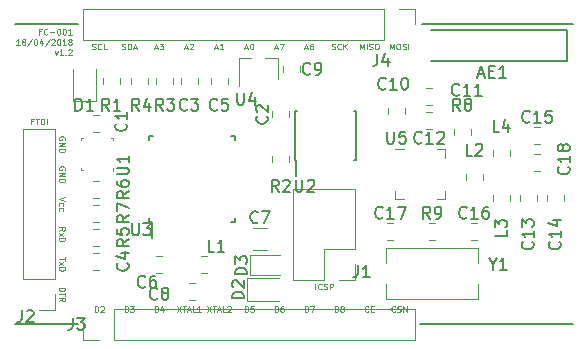
<source format=gto>
G04 #@! TF.GenerationSoftware,KiCad,Pcbnew,5.0.2+dfsg1-1~bpo9+1*
G04 #@! TF.CreationDate,2019-04-18T11:56:18+02:00*
G04 #@! TF.ProjectId,MySNode,4d79534e-6f64-4652-9e6b-696361645f70,1.2*
G04 #@! TF.SameCoordinates,Original*
G04 #@! TF.FileFunction,Legend,Top*
G04 #@! TF.FilePolarity,Positive*
%FSLAX46Y46*%
G04 Gerber Fmt 4.6, Leading zero omitted, Abs format (unit mm)*
G04 Created by KiCad (PCBNEW 5.0.2+dfsg1-1~bpo9+1) date jeu. 18 avril 2019 11:56:18 CEST*
%MOMM*%
%LPD*%
G01*
G04 APERTURE LIST*
%ADD10C,0.200000*%
%ADD11C,0.125000*%
%ADD12C,0.120000*%
%ADD13C,0.100000*%
%ADD14C,0.150000*%
G04 APERTURE END LIST*
D10*
X99568000Y-111760000D02*
X104902000Y-111760000D01*
X133985000Y-86360000D02*
X146812000Y-86360000D01*
X133858000Y-111760000D02*
X146812000Y-111760000D01*
X99568000Y-86360000D02*
X104902000Y-86360000D01*
D11*
X124991904Y-108811190D02*
X124991904Y-108311190D01*
X125515714Y-108763571D02*
X125491904Y-108787380D01*
X125420476Y-108811190D01*
X125372857Y-108811190D01*
X125301428Y-108787380D01*
X125253809Y-108739761D01*
X125230000Y-108692142D01*
X125206190Y-108596904D01*
X125206190Y-108525476D01*
X125230000Y-108430238D01*
X125253809Y-108382619D01*
X125301428Y-108335000D01*
X125372857Y-108311190D01*
X125420476Y-108311190D01*
X125491904Y-108335000D01*
X125515714Y-108358809D01*
X125706190Y-108787380D02*
X125777619Y-108811190D01*
X125896666Y-108811190D01*
X125944285Y-108787380D01*
X125968095Y-108763571D01*
X125991904Y-108715952D01*
X125991904Y-108668333D01*
X125968095Y-108620714D01*
X125944285Y-108596904D01*
X125896666Y-108573095D01*
X125801428Y-108549285D01*
X125753809Y-108525476D01*
X125730000Y-108501666D01*
X125706190Y-108454047D01*
X125706190Y-108406428D01*
X125730000Y-108358809D01*
X125753809Y-108335000D01*
X125801428Y-108311190D01*
X125920476Y-108311190D01*
X125991904Y-108335000D01*
X126206190Y-108811190D02*
X126206190Y-108311190D01*
X126396666Y-108311190D01*
X126444285Y-108335000D01*
X126468095Y-108358809D01*
X126491904Y-108406428D01*
X126491904Y-108477857D01*
X126468095Y-108525476D01*
X126444285Y-108549285D01*
X126396666Y-108573095D01*
X126206190Y-108573095D01*
X101111904Y-94579285D02*
X100945238Y-94579285D01*
X100945238Y-94841190D02*
X100945238Y-94341190D01*
X101183333Y-94341190D01*
X101302380Y-94341190D02*
X101588095Y-94341190D01*
X101445238Y-94841190D02*
X101445238Y-94341190D01*
X101754761Y-94841190D02*
X101754761Y-94341190D01*
X101873809Y-94341190D01*
X101945238Y-94365000D01*
X101992857Y-94412619D01*
X102016666Y-94460238D01*
X102040476Y-94555476D01*
X102040476Y-94626904D01*
X102016666Y-94722142D01*
X101992857Y-94769761D01*
X101945238Y-94817380D01*
X101873809Y-94841190D01*
X101754761Y-94841190D01*
X102254761Y-94841190D02*
X102254761Y-94341190D01*
X131734761Y-110668571D02*
X131710952Y-110692380D01*
X131639523Y-110716190D01*
X131591904Y-110716190D01*
X131520476Y-110692380D01*
X131472857Y-110644761D01*
X131449047Y-110597142D01*
X131425238Y-110501904D01*
X131425238Y-110430476D01*
X131449047Y-110335238D01*
X131472857Y-110287619D01*
X131520476Y-110240000D01*
X131591904Y-110216190D01*
X131639523Y-110216190D01*
X131710952Y-110240000D01*
X131734761Y-110263809D01*
X131925238Y-110692380D02*
X131996666Y-110716190D01*
X132115714Y-110716190D01*
X132163333Y-110692380D01*
X132187142Y-110668571D01*
X132210952Y-110620952D01*
X132210952Y-110573333D01*
X132187142Y-110525714D01*
X132163333Y-110501904D01*
X132115714Y-110478095D01*
X132020476Y-110454285D01*
X131972857Y-110430476D01*
X131949047Y-110406666D01*
X131925238Y-110359047D01*
X131925238Y-110311428D01*
X131949047Y-110263809D01*
X131972857Y-110240000D01*
X132020476Y-110216190D01*
X132139523Y-110216190D01*
X132210952Y-110240000D01*
X132425238Y-110716190D02*
X132425238Y-110216190D01*
X132710952Y-110716190D01*
X132710952Y-110216190D01*
X129468571Y-110668571D02*
X129444761Y-110692380D01*
X129373333Y-110716190D01*
X129325714Y-110716190D01*
X129254285Y-110692380D01*
X129206666Y-110644761D01*
X129182857Y-110597142D01*
X129159047Y-110501904D01*
X129159047Y-110430476D01*
X129182857Y-110335238D01*
X129206666Y-110287619D01*
X129254285Y-110240000D01*
X129325714Y-110216190D01*
X129373333Y-110216190D01*
X129444761Y-110240000D01*
X129468571Y-110263809D01*
X129682857Y-110454285D02*
X129849523Y-110454285D01*
X129920952Y-110716190D02*
X129682857Y-110716190D01*
X129682857Y-110216190D01*
X129920952Y-110216190D01*
X126630952Y-110716190D02*
X126630952Y-110216190D01*
X126750000Y-110216190D01*
X126821428Y-110240000D01*
X126869047Y-110287619D01*
X126892857Y-110335238D01*
X126916666Y-110430476D01*
X126916666Y-110501904D01*
X126892857Y-110597142D01*
X126869047Y-110644761D01*
X126821428Y-110692380D01*
X126750000Y-110716190D01*
X126630952Y-110716190D01*
X127202380Y-110430476D02*
X127154761Y-110406666D01*
X127130952Y-110382857D01*
X127107142Y-110335238D01*
X127107142Y-110311428D01*
X127130952Y-110263809D01*
X127154761Y-110240000D01*
X127202380Y-110216190D01*
X127297619Y-110216190D01*
X127345238Y-110240000D01*
X127369047Y-110263809D01*
X127392857Y-110311428D01*
X127392857Y-110335238D01*
X127369047Y-110382857D01*
X127345238Y-110406666D01*
X127297619Y-110430476D01*
X127202380Y-110430476D01*
X127154761Y-110454285D01*
X127130952Y-110478095D01*
X127107142Y-110525714D01*
X127107142Y-110620952D01*
X127130952Y-110668571D01*
X127154761Y-110692380D01*
X127202380Y-110716190D01*
X127297619Y-110716190D01*
X127345238Y-110692380D01*
X127369047Y-110668571D01*
X127392857Y-110620952D01*
X127392857Y-110525714D01*
X127369047Y-110478095D01*
X127345238Y-110454285D01*
X127297619Y-110430476D01*
X124090952Y-110716190D02*
X124090952Y-110216190D01*
X124210000Y-110216190D01*
X124281428Y-110240000D01*
X124329047Y-110287619D01*
X124352857Y-110335238D01*
X124376666Y-110430476D01*
X124376666Y-110501904D01*
X124352857Y-110597142D01*
X124329047Y-110644761D01*
X124281428Y-110692380D01*
X124210000Y-110716190D01*
X124090952Y-110716190D01*
X124543333Y-110216190D02*
X124876666Y-110216190D01*
X124662380Y-110716190D01*
X121550952Y-110716190D02*
X121550952Y-110216190D01*
X121670000Y-110216190D01*
X121741428Y-110240000D01*
X121789047Y-110287619D01*
X121812857Y-110335238D01*
X121836666Y-110430476D01*
X121836666Y-110501904D01*
X121812857Y-110597142D01*
X121789047Y-110644761D01*
X121741428Y-110692380D01*
X121670000Y-110716190D01*
X121550952Y-110716190D01*
X122265238Y-110216190D02*
X122170000Y-110216190D01*
X122122380Y-110240000D01*
X122098571Y-110263809D01*
X122050952Y-110335238D01*
X122027142Y-110430476D01*
X122027142Y-110620952D01*
X122050952Y-110668571D01*
X122074761Y-110692380D01*
X122122380Y-110716190D01*
X122217619Y-110716190D01*
X122265238Y-110692380D01*
X122289047Y-110668571D01*
X122312857Y-110620952D01*
X122312857Y-110501904D01*
X122289047Y-110454285D01*
X122265238Y-110430476D01*
X122217619Y-110406666D01*
X122122380Y-110406666D01*
X122074761Y-110430476D01*
X122050952Y-110454285D01*
X122027142Y-110501904D01*
X119010952Y-110716190D02*
X119010952Y-110216190D01*
X119130000Y-110216190D01*
X119201428Y-110240000D01*
X119249047Y-110287619D01*
X119272857Y-110335238D01*
X119296666Y-110430476D01*
X119296666Y-110501904D01*
X119272857Y-110597142D01*
X119249047Y-110644761D01*
X119201428Y-110692380D01*
X119130000Y-110716190D01*
X119010952Y-110716190D01*
X119749047Y-110216190D02*
X119510952Y-110216190D01*
X119487142Y-110454285D01*
X119510952Y-110430476D01*
X119558571Y-110406666D01*
X119677619Y-110406666D01*
X119725238Y-110430476D01*
X119749047Y-110454285D01*
X119772857Y-110501904D01*
X119772857Y-110620952D01*
X119749047Y-110668571D01*
X119725238Y-110692380D01*
X119677619Y-110716190D01*
X119558571Y-110716190D01*
X119510952Y-110692380D01*
X119487142Y-110668571D01*
X115828095Y-110216190D02*
X116161428Y-110716190D01*
X116161428Y-110216190D02*
X115828095Y-110716190D01*
X116280476Y-110216190D02*
X116566190Y-110216190D01*
X116423333Y-110716190D02*
X116423333Y-110216190D01*
X116709047Y-110573333D02*
X116947142Y-110573333D01*
X116661428Y-110716190D02*
X116828095Y-110216190D01*
X116994761Y-110716190D01*
X117399523Y-110716190D02*
X117161428Y-110716190D01*
X117161428Y-110216190D01*
X117542380Y-110263809D02*
X117566190Y-110240000D01*
X117613809Y-110216190D01*
X117732857Y-110216190D01*
X117780476Y-110240000D01*
X117804285Y-110263809D01*
X117828095Y-110311428D01*
X117828095Y-110359047D01*
X117804285Y-110430476D01*
X117518571Y-110716190D01*
X117828095Y-110716190D01*
X113288095Y-110216190D02*
X113621428Y-110716190D01*
X113621428Y-110216190D02*
X113288095Y-110716190D01*
X113740476Y-110216190D02*
X114026190Y-110216190D01*
X113883333Y-110716190D02*
X113883333Y-110216190D01*
X114169047Y-110573333D02*
X114407142Y-110573333D01*
X114121428Y-110716190D02*
X114288095Y-110216190D01*
X114454761Y-110716190D01*
X114859523Y-110716190D02*
X114621428Y-110716190D01*
X114621428Y-110216190D01*
X115288095Y-110716190D02*
X115002380Y-110716190D01*
X115145238Y-110716190D02*
X115145238Y-110216190D01*
X115097619Y-110287619D01*
X115050000Y-110335238D01*
X115002380Y-110359047D01*
X111390952Y-110716190D02*
X111390952Y-110216190D01*
X111510000Y-110216190D01*
X111581428Y-110240000D01*
X111629047Y-110287619D01*
X111652857Y-110335238D01*
X111676666Y-110430476D01*
X111676666Y-110501904D01*
X111652857Y-110597142D01*
X111629047Y-110644761D01*
X111581428Y-110692380D01*
X111510000Y-110716190D01*
X111390952Y-110716190D01*
X112105238Y-110382857D02*
X112105238Y-110716190D01*
X111986190Y-110192380D02*
X111867142Y-110549523D01*
X112176666Y-110549523D01*
X108850952Y-110716190D02*
X108850952Y-110216190D01*
X108970000Y-110216190D01*
X109041428Y-110240000D01*
X109089047Y-110287619D01*
X109112857Y-110335238D01*
X109136666Y-110430476D01*
X109136666Y-110501904D01*
X109112857Y-110597142D01*
X109089047Y-110644761D01*
X109041428Y-110692380D01*
X108970000Y-110716190D01*
X108850952Y-110716190D01*
X109303333Y-110216190D02*
X109612857Y-110216190D01*
X109446190Y-110406666D01*
X109517619Y-110406666D01*
X109565238Y-110430476D01*
X109589047Y-110454285D01*
X109612857Y-110501904D01*
X109612857Y-110620952D01*
X109589047Y-110668571D01*
X109565238Y-110692380D01*
X109517619Y-110716190D01*
X109374761Y-110716190D01*
X109327142Y-110692380D01*
X109303333Y-110668571D01*
X106310952Y-110716190D02*
X106310952Y-110216190D01*
X106430000Y-110216190D01*
X106501428Y-110240000D01*
X106549047Y-110287619D01*
X106572857Y-110335238D01*
X106596666Y-110430476D01*
X106596666Y-110501904D01*
X106572857Y-110597142D01*
X106549047Y-110644761D01*
X106501428Y-110692380D01*
X106430000Y-110716190D01*
X106310952Y-110716190D01*
X106787142Y-110263809D02*
X106810952Y-110240000D01*
X106858571Y-110216190D01*
X106977619Y-110216190D01*
X107025238Y-110240000D01*
X107049047Y-110263809D01*
X107072857Y-110311428D01*
X107072857Y-110359047D01*
X107049047Y-110430476D01*
X106763333Y-110716190D01*
X107072857Y-110716190D01*
X131294285Y-88491190D02*
X131294285Y-87991190D01*
X131460952Y-88348333D01*
X131627619Y-87991190D01*
X131627619Y-88491190D01*
X131960952Y-87991190D02*
X132056190Y-87991190D01*
X132103809Y-88015000D01*
X132151428Y-88062619D01*
X132175238Y-88157857D01*
X132175238Y-88324523D01*
X132151428Y-88419761D01*
X132103809Y-88467380D01*
X132056190Y-88491190D01*
X131960952Y-88491190D01*
X131913333Y-88467380D01*
X131865714Y-88419761D01*
X131841904Y-88324523D01*
X131841904Y-88157857D01*
X131865714Y-88062619D01*
X131913333Y-88015000D01*
X131960952Y-87991190D01*
X132365714Y-88467380D02*
X132437142Y-88491190D01*
X132556190Y-88491190D01*
X132603809Y-88467380D01*
X132627619Y-88443571D01*
X132651428Y-88395952D01*
X132651428Y-88348333D01*
X132627619Y-88300714D01*
X132603809Y-88276904D01*
X132556190Y-88253095D01*
X132460952Y-88229285D01*
X132413333Y-88205476D01*
X132389523Y-88181666D01*
X132365714Y-88134047D01*
X132365714Y-88086428D01*
X132389523Y-88038809D01*
X132413333Y-88015000D01*
X132460952Y-87991190D01*
X132580000Y-87991190D01*
X132651428Y-88015000D01*
X132865714Y-88491190D02*
X132865714Y-87991190D01*
X128754285Y-88491190D02*
X128754285Y-87991190D01*
X128920952Y-88348333D01*
X129087619Y-87991190D01*
X129087619Y-88491190D01*
X129325714Y-88491190D02*
X129325714Y-87991190D01*
X129540000Y-88467380D02*
X129611428Y-88491190D01*
X129730476Y-88491190D01*
X129778095Y-88467380D01*
X129801904Y-88443571D01*
X129825714Y-88395952D01*
X129825714Y-88348333D01*
X129801904Y-88300714D01*
X129778095Y-88276904D01*
X129730476Y-88253095D01*
X129635238Y-88229285D01*
X129587619Y-88205476D01*
X129563809Y-88181666D01*
X129540000Y-88134047D01*
X129540000Y-88086428D01*
X129563809Y-88038809D01*
X129587619Y-88015000D01*
X129635238Y-87991190D01*
X129754285Y-87991190D01*
X129825714Y-88015000D01*
X130135238Y-87991190D02*
X130230476Y-87991190D01*
X130278095Y-88015000D01*
X130325714Y-88062619D01*
X130349523Y-88157857D01*
X130349523Y-88324523D01*
X130325714Y-88419761D01*
X130278095Y-88467380D01*
X130230476Y-88491190D01*
X130135238Y-88491190D01*
X130087619Y-88467380D01*
X130040000Y-88419761D01*
X130016190Y-88324523D01*
X130016190Y-88157857D01*
X130040000Y-88062619D01*
X130087619Y-88015000D01*
X130135238Y-87991190D01*
X126357142Y-88467380D02*
X126428571Y-88491190D01*
X126547619Y-88491190D01*
X126595238Y-88467380D01*
X126619047Y-88443571D01*
X126642857Y-88395952D01*
X126642857Y-88348333D01*
X126619047Y-88300714D01*
X126595238Y-88276904D01*
X126547619Y-88253095D01*
X126452380Y-88229285D01*
X126404761Y-88205476D01*
X126380952Y-88181666D01*
X126357142Y-88134047D01*
X126357142Y-88086428D01*
X126380952Y-88038809D01*
X126404761Y-88015000D01*
X126452380Y-87991190D01*
X126571428Y-87991190D01*
X126642857Y-88015000D01*
X127142857Y-88443571D02*
X127119047Y-88467380D01*
X127047619Y-88491190D01*
X127000000Y-88491190D01*
X126928571Y-88467380D01*
X126880952Y-88419761D01*
X126857142Y-88372142D01*
X126833333Y-88276904D01*
X126833333Y-88205476D01*
X126857142Y-88110238D01*
X126880952Y-88062619D01*
X126928571Y-88015000D01*
X127000000Y-87991190D01*
X127047619Y-87991190D01*
X127119047Y-88015000D01*
X127142857Y-88038809D01*
X127357142Y-88491190D02*
X127357142Y-87991190D01*
X127642857Y-88491190D02*
X127428571Y-88205476D01*
X127642857Y-87991190D02*
X127357142Y-88276904D01*
X124102857Y-88348333D02*
X124340952Y-88348333D01*
X124055238Y-88491190D02*
X124221904Y-87991190D01*
X124388571Y-88491190D01*
X124769523Y-87991190D02*
X124674285Y-87991190D01*
X124626666Y-88015000D01*
X124602857Y-88038809D01*
X124555238Y-88110238D01*
X124531428Y-88205476D01*
X124531428Y-88395952D01*
X124555238Y-88443571D01*
X124579047Y-88467380D01*
X124626666Y-88491190D01*
X124721904Y-88491190D01*
X124769523Y-88467380D01*
X124793333Y-88443571D01*
X124817142Y-88395952D01*
X124817142Y-88276904D01*
X124793333Y-88229285D01*
X124769523Y-88205476D01*
X124721904Y-88181666D01*
X124626666Y-88181666D01*
X124579047Y-88205476D01*
X124555238Y-88229285D01*
X124531428Y-88276904D01*
X121562857Y-88348333D02*
X121800952Y-88348333D01*
X121515238Y-88491190D02*
X121681904Y-87991190D01*
X121848571Y-88491190D01*
X121967619Y-87991190D02*
X122300952Y-87991190D01*
X122086666Y-88491190D01*
X119022857Y-88348333D02*
X119260952Y-88348333D01*
X118975238Y-88491190D02*
X119141904Y-87991190D01*
X119308571Y-88491190D01*
X119570476Y-87991190D02*
X119618095Y-87991190D01*
X119665714Y-88015000D01*
X119689523Y-88038809D01*
X119713333Y-88086428D01*
X119737142Y-88181666D01*
X119737142Y-88300714D01*
X119713333Y-88395952D01*
X119689523Y-88443571D01*
X119665714Y-88467380D01*
X119618095Y-88491190D01*
X119570476Y-88491190D01*
X119522857Y-88467380D01*
X119499047Y-88443571D01*
X119475238Y-88395952D01*
X119451428Y-88300714D01*
X119451428Y-88181666D01*
X119475238Y-88086428D01*
X119499047Y-88038809D01*
X119522857Y-88015000D01*
X119570476Y-87991190D01*
X116482857Y-88348333D02*
X116720952Y-88348333D01*
X116435238Y-88491190D02*
X116601904Y-87991190D01*
X116768571Y-88491190D01*
X117197142Y-88491190D02*
X116911428Y-88491190D01*
X117054285Y-88491190D02*
X117054285Y-87991190D01*
X117006666Y-88062619D01*
X116959047Y-88110238D01*
X116911428Y-88134047D01*
X113942857Y-88348333D02*
X114180952Y-88348333D01*
X113895238Y-88491190D02*
X114061904Y-87991190D01*
X114228571Y-88491190D01*
X114371428Y-88038809D02*
X114395238Y-88015000D01*
X114442857Y-87991190D01*
X114561904Y-87991190D01*
X114609523Y-88015000D01*
X114633333Y-88038809D01*
X114657142Y-88086428D01*
X114657142Y-88134047D01*
X114633333Y-88205476D01*
X114347619Y-88491190D01*
X114657142Y-88491190D01*
X111402857Y-88348333D02*
X111640952Y-88348333D01*
X111355238Y-88491190D02*
X111521904Y-87991190D01*
X111688571Y-88491190D01*
X111807619Y-87991190D02*
X112117142Y-87991190D01*
X111950476Y-88181666D01*
X112021904Y-88181666D01*
X112069523Y-88205476D01*
X112093333Y-88229285D01*
X112117142Y-88276904D01*
X112117142Y-88395952D01*
X112093333Y-88443571D01*
X112069523Y-88467380D01*
X112021904Y-88491190D01*
X111879047Y-88491190D01*
X111831428Y-88467380D01*
X111807619Y-88443571D01*
X108612857Y-88467380D02*
X108684285Y-88491190D01*
X108803333Y-88491190D01*
X108850952Y-88467380D01*
X108874761Y-88443571D01*
X108898571Y-88395952D01*
X108898571Y-88348333D01*
X108874761Y-88300714D01*
X108850952Y-88276904D01*
X108803333Y-88253095D01*
X108708095Y-88229285D01*
X108660476Y-88205476D01*
X108636666Y-88181666D01*
X108612857Y-88134047D01*
X108612857Y-88086428D01*
X108636666Y-88038809D01*
X108660476Y-88015000D01*
X108708095Y-87991190D01*
X108827142Y-87991190D01*
X108898571Y-88015000D01*
X109112857Y-88491190D02*
X109112857Y-87991190D01*
X109231904Y-87991190D01*
X109303333Y-88015000D01*
X109350952Y-88062619D01*
X109374761Y-88110238D01*
X109398571Y-88205476D01*
X109398571Y-88276904D01*
X109374761Y-88372142D01*
X109350952Y-88419761D01*
X109303333Y-88467380D01*
X109231904Y-88491190D01*
X109112857Y-88491190D01*
X109589047Y-88348333D02*
X109827142Y-88348333D01*
X109541428Y-88491190D02*
X109708095Y-87991190D01*
X109874761Y-88491190D01*
X106084761Y-88467380D02*
X106156190Y-88491190D01*
X106275238Y-88491190D01*
X106322857Y-88467380D01*
X106346666Y-88443571D01*
X106370476Y-88395952D01*
X106370476Y-88348333D01*
X106346666Y-88300714D01*
X106322857Y-88276904D01*
X106275238Y-88253095D01*
X106180000Y-88229285D01*
X106132380Y-88205476D01*
X106108571Y-88181666D01*
X106084761Y-88134047D01*
X106084761Y-88086428D01*
X106108571Y-88038809D01*
X106132380Y-88015000D01*
X106180000Y-87991190D01*
X106299047Y-87991190D01*
X106370476Y-88015000D01*
X106870476Y-88443571D02*
X106846666Y-88467380D01*
X106775238Y-88491190D01*
X106727619Y-88491190D01*
X106656190Y-88467380D01*
X106608571Y-88419761D01*
X106584761Y-88372142D01*
X106560952Y-88276904D01*
X106560952Y-88205476D01*
X106584761Y-88110238D01*
X106608571Y-88062619D01*
X106656190Y-88015000D01*
X106727619Y-87991190D01*
X106775238Y-87991190D01*
X106846666Y-88015000D01*
X106870476Y-88038809D01*
X107322857Y-88491190D02*
X107084761Y-88491190D01*
X107084761Y-87991190D01*
X103278809Y-108648571D02*
X103778809Y-108648571D01*
X103778809Y-108767619D01*
X103755000Y-108839047D01*
X103707380Y-108886666D01*
X103659761Y-108910476D01*
X103564523Y-108934285D01*
X103493095Y-108934285D01*
X103397857Y-108910476D01*
X103350238Y-108886666D01*
X103302619Y-108839047D01*
X103278809Y-108767619D01*
X103278809Y-108648571D01*
X103778809Y-109077142D02*
X103778809Y-109362857D01*
X103278809Y-109220000D02*
X103778809Y-109220000D01*
X103278809Y-109815238D02*
X103516904Y-109648571D01*
X103278809Y-109529523D02*
X103778809Y-109529523D01*
X103778809Y-109720000D01*
X103755000Y-109767619D01*
X103731190Y-109791428D01*
X103683571Y-109815238D01*
X103612142Y-109815238D01*
X103564523Y-109791428D01*
X103540714Y-109767619D01*
X103516904Y-109720000D01*
X103516904Y-109529523D01*
X103778809Y-106084761D02*
X103778809Y-106370476D01*
X103278809Y-106227619D02*
X103778809Y-106227619D01*
X103278809Y-106489523D02*
X103612142Y-106751428D01*
X103612142Y-106489523D02*
X103278809Y-106751428D01*
X103278809Y-106941904D02*
X103778809Y-106941904D01*
X103778809Y-107060952D01*
X103755000Y-107132380D01*
X103707380Y-107180000D01*
X103659761Y-107203809D01*
X103564523Y-107227619D01*
X103493095Y-107227619D01*
X103397857Y-107203809D01*
X103350238Y-107180000D01*
X103302619Y-107132380D01*
X103278809Y-107060952D01*
X103278809Y-106941904D01*
X103278809Y-103842380D02*
X103516904Y-103675714D01*
X103278809Y-103556666D02*
X103778809Y-103556666D01*
X103778809Y-103747142D01*
X103755000Y-103794761D01*
X103731190Y-103818571D01*
X103683571Y-103842380D01*
X103612142Y-103842380D01*
X103564523Y-103818571D01*
X103540714Y-103794761D01*
X103516904Y-103747142D01*
X103516904Y-103556666D01*
X103278809Y-104009047D02*
X103612142Y-104270952D01*
X103612142Y-104009047D02*
X103278809Y-104270952D01*
X103278809Y-104461428D02*
X103778809Y-104461428D01*
X103778809Y-104580476D01*
X103755000Y-104651904D01*
X103707380Y-104699523D01*
X103659761Y-104723333D01*
X103564523Y-104747142D01*
X103493095Y-104747142D01*
X103397857Y-104723333D01*
X103350238Y-104699523D01*
X103302619Y-104651904D01*
X103278809Y-104580476D01*
X103278809Y-104461428D01*
X103778809Y-101004761D02*
X103278809Y-101171428D01*
X103778809Y-101338095D01*
X103302619Y-101719047D02*
X103278809Y-101671428D01*
X103278809Y-101576190D01*
X103302619Y-101528571D01*
X103326428Y-101504761D01*
X103374047Y-101480952D01*
X103516904Y-101480952D01*
X103564523Y-101504761D01*
X103588333Y-101528571D01*
X103612142Y-101576190D01*
X103612142Y-101671428D01*
X103588333Y-101719047D01*
X103302619Y-102147619D02*
X103278809Y-102100000D01*
X103278809Y-102004761D01*
X103302619Y-101957142D01*
X103326428Y-101933333D01*
X103374047Y-101909523D01*
X103516904Y-101909523D01*
X103564523Y-101933333D01*
X103588333Y-101957142D01*
X103612142Y-102004761D01*
X103612142Y-102100000D01*
X103588333Y-102147619D01*
X103755000Y-98679047D02*
X103778809Y-98631428D01*
X103778809Y-98560000D01*
X103755000Y-98488571D01*
X103707380Y-98440952D01*
X103659761Y-98417142D01*
X103564523Y-98393333D01*
X103493095Y-98393333D01*
X103397857Y-98417142D01*
X103350238Y-98440952D01*
X103302619Y-98488571D01*
X103278809Y-98560000D01*
X103278809Y-98607619D01*
X103302619Y-98679047D01*
X103326428Y-98702857D01*
X103493095Y-98702857D01*
X103493095Y-98607619D01*
X103278809Y-98917142D02*
X103778809Y-98917142D01*
X103278809Y-99202857D01*
X103778809Y-99202857D01*
X103278809Y-99440952D02*
X103778809Y-99440952D01*
X103778809Y-99560000D01*
X103755000Y-99631428D01*
X103707380Y-99679047D01*
X103659761Y-99702857D01*
X103564523Y-99726666D01*
X103493095Y-99726666D01*
X103397857Y-99702857D01*
X103350238Y-99679047D01*
X103302619Y-99631428D01*
X103278809Y-99560000D01*
X103278809Y-99440952D01*
X103755000Y-96139047D02*
X103778809Y-96091428D01*
X103778809Y-96020000D01*
X103755000Y-95948571D01*
X103707380Y-95900952D01*
X103659761Y-95877142D01*
X103564523Y-95853333D01*
X103493095Y-95853333D01*
X103397857Y-95877142D01*
X103350238Y-95900952D01*
X103302619Y-95948571D01*
X103278809Y-96020000D01*
X103278809Y-96067619D01*
X103302619Y-96139047D01*
X103326428Y-96162857D01*
X103493095Y-96162857D01*
X103493095Y-96067619D01*
X103278809Y-96377142D02*
X103778809Y-96377142D01*
X103278809Y-96662857D01*
X103778809Y-96662857D01*
X103278809Y-96900952D02*
X103778809Y-96900952D01*
X103778809Y-97020000D01*
X103755000Y-97091428D01*
X103707380Y-97139047D01*
X103659761Y-97162857D01*
X103564523Y-97186666D01*
X103493095Y-97186666D01*
X103397857Y-97162857D01*
X103350238Y-97139047D01*
X103302619Y-97091428D01*
X103278809Y-97020000D01*
X103278809Y-96900952D01*
X101749273Y-86973285D02*
X101582607Y-86973285D01*
X101582607Y-87235190D02*
X101582607Y-86735190D01*
X101820702Y-86735190D01*
X102296892Y-87187571D02*
X102273083Y-87211380D01*
X102201654Y-87235190D01*
X102154035Y-87235190D01*
X102082607Y-87211380D01*
X102034988Y-87163761D01*
X102011178Y-87116142D01*
X101987369Y-87020904D01*
X101987369Y-86949476D01*
X102011178Y-86854238D01*
X102034988Y-86806619D01*
X102082607Y-86759000D01*
X102154035Y-86735190D01*
X102201654Y-86735190D01*
X102273083Y-86759000D01*
X102296892Y-86782809D01*
X102511178Y-87044714D02*
X102892130Y-87044714D01*
X103225464Y-86735190D02*
X103273083Y-86735190D01*
X103320702Y-86759000D01*
X103344511Y-86782809D01*
X103368321Y-86830428D01*
X103392130Y-86925666D01*
X103392130Y-87044714D01*
X103368321Y-87139952D01*
X103344511Y-87187571D01*
X103320702Y-87211380D01*
X103273083Y-87235190D01*
X103225464Y-87235190D01*
X103177845Y-87211380D01*
X103154035Y-87187571D01*
X103130226Y-87139952D01*
X103106416Y-87044714D01*
X103106416Y-86925666D01*
X103130226Y-86830428D01*
X103154035Y-86782809D01*
X103177845Y-86759000D01*
X103225464Y-86735190D01*
X103701654Y-86735190D02*
X103749273Y-86735190D01*
X103796892Y-86759000D01*
X103820702Y-86782809D01*
X103844511Y-86830428D01*
X103868321Y-86925666D01*
X103868321Y-87044714D01*
X103844511Y-87139952D01*
X103820702Y-87187571D01*
X103796892Y-87211380D01*
X103749273Y-87235190D01*
X103701654Y-87235190D01*
X103654035Y-87211380D01*
X103630226Y-87187571D01*
X103606416Y-87139952D01*
X103582607Y-87044714D01*
X103582607Y-86925666D01*
X103606416Y-86830428D01*
X103630226Y-86782809D01*
X103654035Y-86759000D01*
X103701654Y-86735190D01*
X104344511Y-87235190D02*
X104058797Y-87235190D01*
X104201654Y-87235190D02*
X104201654Y-86735190D01*
X104154035Y-86806619D01*
X104106416Y-86854238D01*
X104058797Y-86878047D01*
X99963559Y-88110190D02*
X99677845Y-88110190D01*
X99820702Y-88110190D02*
X99820702Y-87610190D01*
X99773083Y-87681619D01*
X99725464Y-87729238D01*
X99677845Y-87753047D01*
X100249273Y-87824476D02*
X100201654Y-87800666D01*
X100177845Y-87776857D01*
X100154035Y-87729238D01*
X100154035Y-87705428D01*
X100177845Y-87657809D01*
X100201654Y-87634000D01*
X100249273Y-87610190D01*
X100344511Y-87610190D01*
X100392130Y-87634000D01*
X100415940Y-87657809D01*
X100439750Y-87705428D01*
X100439750Y-87729238D01*
X100415940Y-87776857D01*
X100392130Y-87800666D01*
X100344511Y-87824476D01*
X100249273Y-87824476D01*
X100201654Y-87848285D01*
X100177845Y-87872095D01*
X100154035Y-87919714D01*
X100154035Y-88014952D01*
X100177845Y-88062571D01*
X100201654Y-88086380D01*
X100249273Y-88110190D01*
X100344511Y-88110190D01*
X100392130Y-88086380D01*
X100415940Y-88062571D01*
X100439750Y-88014952D01*
X100439750Y-87919714D01*
X100415940Y-87872095D01*
X100392130Y-87848285D01*
X100344511Y-87824476D01*
X101011178Y-87586380D02*
X100582607Y-88229238D01*
X101273083Y-87610190D02*
X101320702Y-87610190D01*
X101368321Y-87634000D01*
X101392130Y-87657809D01*
X101415940Y-87705428D01*
X101439750Y-87800666D01*
X101439750Y-87919714D01*
X101415940Y-88014952D01*
X101392130Y-88062571D01*
X101368321Y-88086380D01*
X101320702Y-88110190D01*
X101273083Y-88110190D01*
X101225464Y-88086380D01*
X101201654Y-88062571D01*
X101177845Y-88014952D01*
X101154035Y-87919714D01*
X101154035Y-87800666D01*
X101177845Y-87705428D01*
X101201654Y-87657809D01*
X101225464Y-87634000D01*
X101273083Y-87610190D01*
X101868321Y-87776857D02*
X101868321Y-88110190D01*
X101749273Y-87586380D02*
X101630226Y-87943523D01*
X101939750Y-87943523D01*
X102487369Y-87586380D02*
X102058797Y-88229238D01*
X102630226Y-87657809D02*
X102654035Y-87634000D01*
X102701654Y-87610190D01*
X102820702Y-87610190D01*
X102868321Y-87634000D01*
X102892130Y-87657809D01*
X102915940Y-87705428D01*
X102915940Y-87753047D01*
X102892130Y-87824476D01*
X102606416Y-88110190D01*
X102915940Y-88110190D01*
X103225464Y-87610190D02*
X103273083Y-87610190D01*
X103320702Y-87634000D01*
X103344511Y-87657809D01*
X103368321Y-87705428D01*
X103392130Y-87800666D01*
X103392130Y-87919714D01*
X103368321Y-88014952D01*
X103344511Y-88062571D01*
X103320702Y-88086380D01*
X103273083Y-88110190D01*
X103225464Y-88110190D01*
X103177845Y-88086380D01*
X103154035Y-88062571D01*
X103130226Y-88014952D01*
X103106416Y-87919714D01*
X103106416Y-87800666D01*
X103130226Y-87705428D01*
X103154035Y-87657809D01*
X103177845Y-87634000D01*
X103225464Y-87610190D01*
X103868321Y-88110190D02*
X103582607Y-88110190D01*
X103725464Y-88110190D02*
X103725464Y-87610190D01*
X103677845Y-87681619D01*
X103630226Y-87729238D01*
X103582607Y-87753047D01*
X104154035Y-87824476D02*
X104106416Y-87800666D01*
X104082607Y-87776857D01*
X104058797Y-87729238D01*
X104058797Y-87705428D01*
X104082607Y-87657809D01*
X104106416Y-87634000D01*
X104154035Y-87610190D01*
X104249273Y-87610190D01*
X104296892Y-87634000D01*
X104320702Y-87657809D01*
X104344511Y-87705428D01*
X104344511Y-87729238D01*
X104320702Y-87776857D01*
X104296892Y-87800666D01*
X104249273Y-87824476D01*
X104154035Y-87824476D01*
X104106416Y-87848285D01*
X104082607Y-87872095D01*
X104058797Y-87919714D01*
X104058797Y-88014952D01*
X104082607Y-88062571D01*
X104106416Y-88086380D01*
X104154035Y-88110190D01*
X104249273Y-88110190D01*
X104296892Y-88086380D01*
X104320702Y-88062571D01*
X104344511Y-88014952D01*
X104344511Y-87919714D01*
X104320702Y-87872095D01*
X104296892Y-87848285D01*
X104249273Y-87824476D01*
X102939750Y-88651857D02*
X103058797Y-88985190D01*
X103177845Y-88651857D01*
X103630226Y-88985190D02*
X103344511Y-88985190D01*
X103487369Y-88985190D02*
X103487369Y-88485190D01*
X103439750Y-88556619D01*
X103392130Y-88604238D01*
X103344511Y-88628047D01*
X103844511Y-88937571D02*
X103868321Y-88961380D01*
X103844511Y-88985190D01*
X103820702Y-88961380D01*
X103844511Y-88937571D01*
X103844511Y-88985190D01*
X104058797Y-88532809D02*
X104082607Y-88509000D01*
X104130226Y-88485190D01*
X104249273Y-88485190D01*
X104296892Y-88509000D01*
X104320702Y-88532809D01*
X104344511Y-88580428D01*
X104344511Y-88628047D01*
X104320702Y-88699476D01*
X104034988Y-88985190D01*
X104344511Y-88985190D01*
D12*
G04 #@! TO.C,C1*
X106167422Y-95452000D02*
X106684578Y-95452000D01*
X106167422Y-94032000D02*
X106684578Y-94032000D01*
G04 #@! TO.C,C2*
X122757000Y-94238578D02*
X122757000Y-93721422D01*
X121337000Y-94238578D02*
X121337000Y-93721422D01*
G04 #@! TO.C,C3*
X115010000Y-91444578D02*
X115010000Y-90927422D01*
X113590000Y-91444578D02*
X113590000Y-90927422D01*
G04 #@! TO.C,C4*
X106167422Y-107136000D02*
X106684578Y-107136000D01*
X106167422Y-105716000D02*
X106684578Y-105716000D01*
G04 #@! TO.C,C5*
X117550000Y-91444578D02*
X117550000Y-90927422D01*
X116130000Y-91444578D02*
X116130000Y-90927422D01*
G04 #@! TO.C,C6*
X111501422Y-107390000D02*
X112018578Y-107390000D01*
X111501422Y-105970000D02*
X112018578Y-105970000D01*
G04 #@! TO.C,C7*
X119666936Y-105431000D02*
X120871064Y-105431000D01*
X119666936Y-103611000D02*
X120871064Y-103611000D01*
G04 #@! TO.C,C8*
X114812578Y-108256000D02*
X114295422Y-108256000D01*
X114812578Y-109676000D02*
X114295422Y-109676000D01*
G04 #@! TO.C,C9*
X123646000Y-90428578D02*
X123646000Y-89911422D01*
X122226000Y-90428578D02*
X122226000Y-89911422D01*
G04 #@! TO.C,C10*
X132536000Y-93984578D02*
X132536000Y-93467422D01*
X131116000Y-93984578D02*
X131116000Y-93467422D01*
G04 #@! TO.C,C11*
X134361422Y-93166000D02*
X134878578Y-93166000D01*
X134361422Y-91746000D02*
X134878578Y-91746000D01*
G04 #@! TO.C,C12*
X134361422Y-95198000D02*
X134878578Y-95198000D01*
X134361422Y-93778000D02*
X134878578Y-93778000D01*
G04 #@! TO.C,C13*
X143712000Y-101350578D02*
X143712000Y-100833422D01*
X142292000Y-101350578D02*
X142292000Y-100833422D01*
G04 #@! TO.C,C14*
X145998000Y-101350578D02*
X145998000Y-100833422D01*
X144578000Y-101350578D02*
X144578000Y-100833422D01*
G04 #@! TO.C,C15*
X144022578Y-95048000D02*
X143505422Y-95048000D01*
X144022578Y-96468000D02*
X143505422Y-96468000D01*
G04 #@! TO.C,C16*
X138688578Y-103176000D02*
X138171422Y-103176000D01*
X138688578Y-104596000D02*
X138171422Y-104596000D01*
G04 #@! TO.C,C17*
X131059422Y-104596000D02*
X131576578Y-104596000D01*
X131059422Y-103176000D02*
X131576578Y-103176000D01*
G04 #@! TO.C,C18*
X143505422Y-98754000D02*
X144022578Y-98754000D01*
X143505422Y-97334000D02*
X144022578Y-97334000D01*
G04 #@! TO.C,D1*
X106370000Y-92871000D02*
X106370000Y-90186000D01*
X104450000Y-92871000D02*
X106370000Y-92871000D01*
X104450000Y-90186000D02*
X104450000Y-92871000D01*
G04 #@! TO.C,J1*
X128330000Y-108010000D02*
X127000000Y-108010000D01*
X128330000Y-106680000D02*
X128330000Y-108010000D01*
X125730000Y-108010000D02*
X123130000Y-108010000D01*
X125730000Y-105410000D02*
X125730000Y-108010000D01*
X128330000Y-105410000D02*
X125730000Y-105410000D01*
X123130000Y-108010000D02*
X123130000Y-100270000D01*
X128330000Y-105410000D02*
X128330000Y-100270000D01*
X128330000Y-100270000D02*
X123130000Y-100270000D01*
G04 #@! TO.C,L1*
X115311422Y-107390000D02*
X115828578Y-107390000D01*
X115311422Y-105970000D02*
X115828578Y-105970000D01*
G04 #@! TO.C,L2*
X139140000Y-99572578D02*
X139140000Y-99055422D01*
X137720000Y-99572578D02*
X137720000Y-99055422D01*
G04 #@! TO.C,L3*
X140006000Y-100833422D02*
X140006000Y-101350578D01*
X141426000Y-100833422D02*
X141426000Y-101350578D01*
G04 #@! TO.C,L4*
X141426000Y-97540578D02*
X141426000Y-97023422D01*
X140006000Y-97540578D02*
X140006000Y-97023422D01*
G04 #@! TO.C,R1*
X108406000Y-91444578D02*
X108406000Y-90927422D01*
X106986000Y-91444578D02*
X106986000Y-90927422D01*
G04 #@! TO.C,R2*
X121337000Y-97531422D02*
X121337000Y-98048578D01*
X122757000Y-97531422D02*
X122757000Y-98048578D01*
G04 #@! TO.C,R3*
X111493000Y-90927422D02*
X111493000Y-91444578D01*
X112913000Y-90927422D02*
X112913000Y-91444578D01*
G04 #@! TO.C,R4*
X110816000Y-91444578D02*
X110816000Y-90927422D01*
X109396000Y-91444578D02*
X109396000Y-90927422D01*
G04 #@! TO.C,R5*
X106167422Y-105104000D02*
X106684578Y-105104000D01*
X106167422Y-103684000D02*
X106684578Y-103684000D01*
G04 #@! TO.C,R6*
X106167422Y-101040000D02*
X106684578Y-101040000D01*
X106167422Y-99620000D02*
X106684578Y-99620000D01*
G04 #@! TO.C,R7*
X106167422Y-103072000D02*
X106684578Y-103072000D01*
X106167422Y-101652000D02*
X106684578Y-101652000D01*
G04 #@! TO.C,R8*
X138124000Y-95762578D02*
X138124000Y-95245422D01*
X136704000Y-95762578D02*
X136704000Y-95245422D01*
G04 #@! TO.C,R9*
X135132578Y-103176000D02*
X134615422Y-103176000D01*
X135132578Y-104596000D02*
X134615422Y-104596000D01*
D13*
G04 #@! TO.C,U1*
X107849000Y-98546000D02*
X107849000Y-98796000D01*
X105149000Y-98696000D02*
X105149000Y-98546000D01*
X105299000Y-98696000D02*
X105149000Y-98696000D01*
X105149000Y-95996000D02*
X105299000Y-95996000D01*
X105149000Y-95996000D02*
X105149000Y-96146000D01*
X107849000Y-95996000D02*
X107849000Y-96146000D01*
X107849000Y-95986000D02*
X107699000Y-95986000D01*
D14*
G04 #@! TO.C,U2*
X123332000Y-97833000D02*
X123332000Y-99233000D01*
X128432000Y-97833000D02*
X128432000Y-93683000D01*
X123282000Y-97833000D02*
X123282000Y-93683000D01*
X128432000Y-97833000D02*
X128287000Y-97833000D01*
X128432000Y-93683000D02*
X128287000Y-93683000D01*
X123282000Y-93683000D02*
X123427000Y-93683000D01*
X123282000Y-97833000D02*
X123332000Y-97833000D01*
G04 #@! TO.C,U3*
X111154000Y-103066000D02*
X111154000Y-104491000D01*
X110929000Y-95816000D02*
X110929000Y-96141000D01*
X118179000Y-95816000D02*
X118179000Y-96141000D01*
X118179000Y-103066000D02*
X118179000Y-102741000D01*
X110929000Y-103066000D02*
X110929000Y-102741000D01*
X118179000Y-103066000D02*
X117854000Y-103066000D01*
X118179000Y-95816000D02*
X117854000Y-95816000D01*
X110929000Y-95816000D02*
X111254000Y-95816000D01*
X110929000Y-103066000D02*
X111154000Y-103066000D01*
D12*
G04 #@! TO.C,U4*
X121792000Y-89220000D02*
X120742000Y-89220000D01*
X121792000Y-91020000D02*
X121792000Y-89220000D01*
X118492000Y-89220000D02*
X119542000Y-89220000D01*
X118492000Y-91620000D02*
X118492000Y-89220000D01*
G04 #@! TO.C,U5*
X132473000Y-96950000D02*
X131748000Y-96950000D01*
X135968000Y-101170000D02*
X135968000Y-100445000D01*
X135243000Y-101170000D02*
X135968000Y-101170000D01*
X131748000Y-101170000D02*
X131748000Y-100445000D01*
X132473000Y-101170000D02*
X131748000Y-101170000D01*
X135968000Y-96950000D02*
X135968000Y-97675000D01*
X135243000Y-96950000D02*
X135968000Y-96950000D01*
D14*
G04 #@! TO.C,AE1*
X146272000Y-89438000D02*
X146272000Y-86838000D01*
X146274940Y-86838000D02*
X134774940Y-86838000D01*
X146272000Y-89438000D02*
X134772000Y-89438000D01*
D12*
G04 #@! TO.C,D2*
X119184000Y-109799000D02*
X121869000Y-109799000D01*
X119184000Y-107879000D02*
X119184000Y-109799000D01*
X121869000Y-107879000D02*
X119184000Y-107879000D01*
G04 #@! TO.C,D3*
X119449000Y-105893000D02*
X121999000Y-105893000D01*
X119449000Y-107593000D02*
X121999000Y-107593000D01*
X119449000Y-105893000D02*
X119449000Y-107593000D01*
G04 #@! TO.C,Y1*
X130954000Y-105272000D02*
X130954000Y-106542000D01*
X138794000Y-105272000D02*
X138794000Y-106542000D01*
X138794000Y-105272000D02*
X130954000Y-105272000D01*
X130954000Y-109612000D02*
X130954000Y-108342000D01*
X138794000Y-109612000D02*
X138794000Y-108342000D01*
X138794000Y-109612000D02*
X130954000Y-109612000D01*
G04 #@! TO.C,J3*
X133410000Y-113090000D02*
X133410000Y-110430000D01*
X107950000Y-113090000D02*
X133410000Y-113090000D01*
X107950000Y-110430000D02*
X133410000Y-110430000D01*
X107950000Y-113090000D02*
X107950000Y-110430000D01*
X106680000Y-113090000D02*
X105350000Y-113090000D01*
X105350000Y-113090000D02*
X105350000Y-111760000D01*
G04 #@! TO.C,J4*
X133410000Y-85030000D02*
X133410000Y-86360000D01*
X132080000Y-85030000D02*
X133410000Y-85030000D01*
X130810000Y-85030000D02*
X130810000Y-87690000D01*
X130810000Y-87690000D02*
X105350000Y-87690000D01*
X130810000Y-85030000D02*
X105350000Y-85030000D01*
X105350000Y-85030000D02*
X105350000Y-87690000D01*
G04 #@! TO.C,J2*
X102930000Y-95190000D02*
X100270000Y-95190000D01*
X102930000Y-107950000D02*
X102930000Y-95190000D01*
X100270000Y-107950000D02*
X100270000Y-95190000D01*
X102930000Y-107950000D02*
X100270000Y-107950000D01*
X102930000Y-109220000D02*
X102930000Y-110550000D01*
X102930000Y-110550000D02*
X101600000Y-110550000D01*
G04 #@! TO.C,C1*
D14*
X108942142Y-94781666D02*
X108989761Y-94829285D01*
X109037380Y-94972142D01*
X109037380Y-95067380D01*
X108989761Y-95210238D01*
X108894523Y-95305476D01*
X108799285Y-95353095D01*
X108608809Y-95400714D01*
X108465952Y-95400714D01*
X108275476Y-95353095D01*
X108180238Y-95305476D01*
X108085000Y-95210238D01*
X108037380Y-95067380D01*
X108037380Y-94972142D01*
X108085000Y-94829285D01*
X108132619Y-94781666D01*
X109037380Y-93829285D02*
X109037380Y-94400714D01*
X109037380Y-94115000D02*
X108037380Y-94115000D01*
X108180238Y-94210238D01*
X108275476Y-94305476D01*
X108323095Y-94400714D01*
G04 #@! TO.C,C2*
X120880142Y-94146666D02*
X120927761Y-94194285D01*
X120975380Y-94337142D01*
X120975380Y-94432380D01*
X120927761Y-94575238D01*
X120832523Y-94670476D01*
X120737285Y-94718095D01*
X120546809Y-94765714D01*
X120403952Y-94765714D01*
X120213476Y-94718095D01*
X120118238Y-94670476D01*
X120023000Y-94575238D01*
X119975380Y-94432380D01*
X119975380Y-94337142D01*
X120023000Y-94194285D01*
X120070619Y-94146666D01*
X120070619Y-93765714D02*
X120023000Y-93718095D01*
X119975380Y-93622857D01*
X119975380Y-93384761D01*
X120023000Y-93289523D01*
X120070619Y-93241904D01*
X120165857Y-93194285D01*
X120261095Y-93194285D01*
X120403952Y-93241904D01*
X120975380Y-93813333D01*
X120975380Y-93194285D01*
G04 #@! TO.C,C3*
X114133333Y-93575142D02*
X114085714Y-93622761D01*
X113942857Y-93670380D01*
X113847619Y-93670380D01*
X113704761Y-93622761D01*
X113609523Y-93527523D01*
X113561904Y-93432285D01*
X113514285Y-93241809D01*
X113514285Y-93098952D01*
X113561904Y-92908476D01*
X113609523Y-92813238D01*
X113704761Y-92718000D01*
X113847619Y-92670380D01*
X113942857Y-92670380D01*
X114085714Y-92718000D01*
X114133333Y-92765619D01*
X114466666Y-92670380D02*
X115085714Y-92670380D01*
X114752380Y-93051333D01*
X114895238Y-93051333D01*
X114990476Y-93098952D01*
X115038095Y-93146571D01*
X115085714Y-93241809D01*
X115085714Y-93479904D01*
X115038095Y-93575142D01*
X114990476Y-93622761D01*
X114895238Y-93670380D01*
X114609523Y-93670380D01*
X114514285Y-93622761D01*
X114466666Y-93575142D01*
G04 #@! TO.C,C4*
X109069142Y-106592666D02*
X109116761Y-106640285D01*
X109164380Y-106783142D01*
X109164380Y-106878380D01*
X109116761Y-107021238D01*
X109021523Y-107116476D01*
X108926285Y-107164095D01*
X108735809Y-107211714D01*
X108592952Y-107211714D01*
X108402476Y-107164095D01*
X108307238Y-107116476D01*
X108212000Y-107021238D01*
X108164380Y-106878380D01*
X108164380Y-106783142D01*
X108212000Y-106640285D01*
X108259619Y-106592666D01*
X108497714Y-105735523D02*
X109164380Y-105735523D01*
X108116761Y-105973619D02*
X108831047Y-106211714D01*
X108831047Y-105592666D01*
G04 #@! TO.C,C5*
X116673333Y-93575142D02*
X116625714Y-93622761D01*
X116482857Y-93670380D01*
X116387619Y-93670380D01*
X116244761Y-93622761D01*
X116149523Y-93527523D01*
X116101904Y-93432285D01*
X116054285Y-93241809D01*
X116054285Y-93098952D01*
X116101904Y-92908476D01*
X116149523Y-92813238D01*
X116244761Y-92718000D01*
X116387619Y-92670380D01*
X116482857Y-92670380D01*
X116625714Y-92718000D01*
X116673333Y-92765619D01*
X117578095Y-92670380D02*
X117101904Y-92670380D01*
X117054285Y-93146571D01*
X117101904Y-93098952D01*
X117197142Y-93051333D01*
X117435238Y-93051333D01*
X117530476Y-93098952D01*
X117578095Y-93146571D01*
X117625714Y-93241809D01*
X117625714Y-93479904D01*
X117578095Y-93575142D01*
X117530476Y-93622761D01*
X117435238Y-93670380D01*
X117197142Y-93670380D01*
X117101904Y-93622761D01*
X117054285Y-93575142D01*
G04 #@! TO.C,C6*
X110577333Y-108561142D02*
X110529714Y-108608761D01*
X110386857Y-108656380D01*
X110291619Y-108656380D01*
X110148761Y-108608761D01*
X110053523Y-108513523D01*
X110005904Y-108418285D01*
X109958285Y-108227809D01*
X109958285Y-108084952D01*
X110005904Y-107894476D01*
X110053523Y-107799238D01*
X110148761Y-107704000D01*
X110291619Y-107656380D01*
X110386857Y-107656380D01*
X110529714Y-107704000D01*
X110577333Y-107751619D01*
X111434476Y-107656380D02*
X111244000Y-107656380D01*
X111148761Y-107704000D01*
X111101142Y-107751619D01*
X111005904Y-107894476D01*
X110958285Y-108084952D01*
X110958285Y-108465904D01*
X111005904Y-108561142D01*
X111053523Y-108608761D01*
X111148761Y-108656380D01*
X111339238Y-108656380D01*
X111434476Y-108608761D01*
X111482095Y-108561142D01*
X111529714Y-108465904D01*
X111529714Y-108227809D01*
X111482095Y-108132571D01*
X111434476Y-108084952D01*
X111339238Y-108037333D01*
X111148761Y-108037333D01*
X111053523Y-108084952D01*
X111005904Y-108132571D01*
X110958285Y-108227809D01*
G04 #@! TO.C,C7*
X120102333Y-103100142D02*
X120054714Y-103147761D01*
X119911857Y-103195380D01*
X119816619Y-103195380D01*
X119673761Y-103147761D01*
X119578523Y-103052523D01*
X119530904Y-102957285D01*
X119483285Y-102766809D01*
X119483285Y-102623952D01*
X119530904Y-102433476D01*
X119578523Y-102338238D01*
X119673761Y-102243000D01*
X119816619Y-102195380D01*
X119911857Y-102195380D01*
X120054714Y-102243000D01*
X120102333Y-102290619D01*
X120435666Y-102195380D02*
X121102333Y-102195380D01*
X120673761Y-103195380D01*
G04 #@! TO.C,C8*
X111593333Y-109577142D02*
X111545714Y-109624761D01*
X111402857Y-109672380D01*
X111307619Y-109672380D01*
X111164761Y-109624761D01*
X111069523Y-109529523D01*
X111021904Y-109434285D01*
X110974285Y-109243809D01*
X110974285Y-109100952D01*
X111021904Y-108910476D01*
X111069523Y-108815238D01*
X111164761Y-108720000D01*
X111307619Y-108672380D01*
X111402857Y-108672380D01*
X111545714Y-108720000D01*
X111593333Y-108767619D01*
X112164761Y-109100952D02*
X112069523Y-109053333D01*
X112021904Y-109005714D01*
X111974285Y-108910476D01*
X111974285Y-108862857D01*
X112021904Y-108767619D01*
X112069523Y-108720000D01*
X112164761Y-108672380D01*
X112355238Y-108672380D01*
X112450476Y-108720000D01*
X112498095Y-108767619D01*
X112545714Y-108862857D01*
X112545714Y-108910476D01*
X112498095Y-109005714D01*
X112450476Y-109053333D01*
X112355238Y-109100952D01*
X112164761Y-109100952D01*
X112069523Y-109148571D01*
X112021904Y-109196190D01*
X111974285Y-109291428D01*
X111974285Y-109481904D01*
X112021904Y-109577142D01*
X112069523Y-109624761D01*
X112164761Y-109672380D01*
X112355238Y-109672380D01*
X112450476Y-109624761D01*
X112498095Y-109577142D01*
X112545714Y-109481904D01*
X112545714Y-109291428D01*
X112498095Y-109196190D01*
X112450476Y-109148571D01*
X112355238Y-109100952D01*
G04 #@! TO.C,C9*
X124547333Y-90527142D02*
X124499714Y-90574761D01*
X124356857Y-90622380D01*
X124261619Y-90622380D01*
X124118761Y-90574761D01*
X124023523Y-90479523D01*
X123975904Y-90384285D01*
X123928285Y-90193809D01*
X123928285Y-90050952D01*
X123975904Y-89860476D01*
X124023523Y-89765238D01*
X124118761Y-89670000D01*
X124261619Y-89622380D01*
X124356857Y-89622380D01*
X124499714Y-89670000D01*
X124547333Y-89717619D01*
X125023523Y-90622380D02*
X125214000Y-90622380D01*
X125309238Y-90574761D01*
X125356857Y-90527142D01*
X125452095Y-90384285D01*
X125499714Y-90193809D01*
X125499714Y-89812857D01*
X125452095Y-89717619D01*
X125404476Y-89670000D01*
X125309238Y-89622380D01*
X125118761Y-89622380D01*
X125023523Y-89670000D01*
X124975904Y-89717619D01*
X124928285Y-89812857D01*
X124928285Y-90050952D01*
X124975904Y-90146190D01*
X125023523Y-90193809D01*
X125118761Y-90241428D01*
X125309238Y-90241428D01*
X125404476Y-90193809D01*
X125452095Y-90146190D01*
X125499714Y-90050952D01*
G04 #@! TO.C,C10*
X130929142Y-91797142D02*
X130881523Y-91844761D01*
X130738666Y-91892380D01*
X130643428Y-91892380D01*
X130500571Y-91844761D01*
X130405333Y-91749523D01*
X130357714Y-91654285D01*
X130310095Y-91463809D01*
X130310095Y-91320952D01*
X130357714Y-91130476D01*
X130405333Y-91035238D01*
X130500571Y-90940000D01*
X130643428Y-90892380D01*
X130738666Y-90892380D01*
X130881523Y-90940000D01*
X130929142Y-90987619D01*
X131881523Y-91892380D02*
X131310095Y-91892380D01*
X131595809Y-91892380D02*
X131595809Y-90892380D01*
X131500571Y-91035238D01*
X131405333Y-91130476D01*
X131310095Y-91178095D01*
X132500571Y-90892380D02*
X132595809Y-90892380D01*
X132691047Y-90940000D01*
X132738666Y-90987619D01*
X132786285Y-91082857D01*
X132833904Y-91273333D01*
X132833904Y-91511428D01*
X132786285Y-91701904D01*
X132738666Y-91797142D01*
X132691047Y-91844761D01*
X132595809Y-91892380D01*
X132500571Y-91892380D01*
X132405333Y-91844761D01*
X132357714Y-91797142D01*
X132310095Y-91701904D01*
X132262476Y-91511428D01*
X132262476Y-91273333D01*
X132310095Y-91082857D01*
X132357714Y-90987619D01*
X132405333Y-90940000D01*
X132500571Y-90892380D01*
G04 #@! TO.C,C11*
X137152142Y-92305142D02*
X137104523Y-92352761D01*
X136961666Y-92400380D01*
X136866428Y-92400380D01*
X136723571Y-92352761D01*
X136628333Y-92257523D01*
X136580714Y-92162285D01*
X136533095Y-91971809D01*
X136533095Y-91828952D01*
X136580714Y-91638476D01*
X136628333Y-91543238D01*
X136723571Y-91448000D01*
X136866428Y-91400380D01*
X136961666Y-91400380D01*
X137104523Y-91448000D01*
X137152142Y-91495619D01*
X138104523Y-92400380D02*
X137533095Y-92400380D01*
X137818809Y-92400380D02*
X137818809Y-91400380D01*
X137723571Y-91543238D01*
X137628333Y-91638476D01*
X137533095Y-91686095D01*
X139056904Y-92400380D02*
X138485476Y-92400380D01*
X138771190Y-92400380D02*
X138771190Y-91400380D01*
X138675952Y-91543238D01*
X138580714Y-91638476D01*
X138485476Y-91686095D01*
G04 #@! TO.C,C12*
X133977142Y-96369142D02*
X133929523Y-96416761D01*
X133786666Y-96464380D01*
X133691428Y-96464380D01*
X133548571Y-96416761D01*
X133453333Y-96321523D01*
X133405714Y-96226285D01*
X133358095Y-96035809D01*
X133358095Y-95892952D01*
X133405714Y-95702476D01*
X133453333Y-95607238D01*
X133548571Y-95512000D01*
X133691428Y-95464380D01*
X133786666Y-95464380D01*
X133929523Y-95512000D01*
X133977142Y-95559619D01*
X134929523Y-96464380D02*
X134358095Y-96464380D01*
X134643809Y-96464380D02*
X134643809Y-95464380D01*
X134548571Y-95607238D01*
X134453333Y-95702476D01*
X134358095Y-95750095D01*
X135310476Y-95559619D02*
X135358095Y-95512000D01*
X135453333Y-95464380D01*
X135691428Y-95464380D01*
X135786666Y-95512000D01*
X135834285Y-95559619D01*
X135881904Y-95654857D01*
X135881904Y-95750095D01*
X135834285Y-95892952D01*
X135262857Y-96464380D01*
X135881904Y-96464380D01*
G04 #@! TO.C,C13*
X143359142Y-104782857D02*
X143406761Y-104830476D01*
X143454380Y-104973333D01*
X143454380Y-105068571D01*
X143406761Y-105211428D01*
X143311523Y-105306666D01*
X143216285Y-105354285D01*
X143025809Y-105401904D01*
X142882952Y-105401904D01*
X142692476Y-105354285D01*
X142597238Y-105306666D01*
X142502000Y-105211428D01*
X142454380Y-105068571D01*
X142454380Y-104973333D01*
X142502000Y-104830476D01*
X142549619Y-104782857D01*
X143454380Y-103830476D02*
X143454380Y-104401904D01*
X143454380Y-104116190D02*
X142454380Y-104116190D01*
X142597238Y-104211428D01*
X142692476Y-104306666D01*
X142740095Y-104401904D01*
X142454380Y-103497142D02*
X142454380Y-102878095D01*
X142835333Y-103211428D01*
X142835333Y-103068571D01*
X142882952Y-102973333D01*
X142930571Y-102925714D01*
X143025809Y-102878095D01*
X143263904Y-102878095D01*
X143359142Y-102925714D01*
X143406761Y-102973333D01*
X143454380Y-103068571D01*
X143454380Y-103354285D01*
X143406761Y-103449523D01*
X143359142Y-103497142D01*
G04 #@! TO.C,C14*
X145645142Y-104782857D02*
X145692761Y-104830476D01*
X145740380Y-104973333D01*
X145740380Y-105068571D01*
X145692761Y-105211428D01*
X145597523Y-105306666D01*
X145502285Y-105354285D01*
X145311809Y-105401904D01*
X145168952Y-105401904D01*
X144978476Y-105354285D01*
X144883238Y-105306666D01*
X144788000Y-105211428D01*
X144740380Y-105068571D01*
X144740380Y-104973333D01*
X144788000Y-104830476D01*
X144835619Y-104782857D01*
X145740380Y-103830476D02*
X145740380Y-104401904D01*
X145740380Y-104116190D02*
X144740380Y-104116190D01*
X144883238Y-104211428D01*
X144978476Y-104306666D01*
X145026095Y-104401904D01*
X145073714Y-102973333D02*
X145740380Y-102973333D01*
X144692761Y-103211428D02*
X145407047Y-103449523D01*
X145407047Y-102830476D01*
G04 #@! TO.C,C15*
X143121142Y-94591142D02*
X143073523Y-94638761D01*
X142930666Y-94686380D01*
X142835428Y-94686380D01*
X142692571Y-94638761D01*
X142597333Y-94543523D01*
X142549714Y-94448285D01*
X142502095Y-94257809D01*
X142502095Y-94114952D01*
X142549714Y-93924476D01*
X142597333Y-93829238D01*
X142692571Y-93734000D01*
X142835428Y-93686380D01*
X142930666Y-93686380D01*
X143073523Y-93734000D01*
X143121142Y-93781619D01*
X144073523Y-94686380D02*
X143502095Y-94686380D01*
X143787809Y-94686380D02*
X143787809Y-93686380D01*
X143692571Y-93829238D01*
X143597333Y-93924476D01*
X143502095Y-93972095D01*
X144978285Y-93686380D02*
X144502095Y-93686380D01*
X144454476Y-94162571D01*
X144502095Y-94114952D01*
X144597333Y-94067333D01*
X144835428Y-94067333D01*
X144930666Y-94114952D01*
X144978285Y-94162571D01*
X145025904Y-94257809D01*
X145025904Y-94495904D01*
X144978285Y-94591142D01*
X144930666Y-94638761D01*
X144835428Y-94686380D01*
X144597333Y-94686380D01*
X144502095Y-94638761D01*
X144454476Y-94591142D01*
G04 #@! TO.C,C16*
X137787142Y-102719142D02*
X137739523Y-102766761D01*
X137596666Y-102814380D01*
X137501428Y-102814380D01*
X137358571Y-102766761D01*
X137263333Y-102671523D01*
X137215714Y-102576285D01*
X137168095Y-102385809D01*
X137168095Y-102242952D01*
X137215714Y-102052476D01*
X137263333Y-101957238D01*
X137358571Y-101862000D01*
X137501428Y-101814380D01*
X137596666Y-101814380D01*
X137739523Y-101862000D01*
X137787142Y-101909619D01*
X138739523Y-102814380D02*
X138168095Y-102814380D01*
X138453809Y-102814380D02*
X138453809Y-101814380D01*
X138358571Y-101957238D01*
X138263333Y-102052476D01*
X138168095Y-102100095D01*
X139596666Y-101814380D02*
X139406190Y-101814380D01*
X139310952Y-101862000D01*
X139263333Y-101909619D01*
X139168095Y-102052476D01*
X139120476Y-102242952D01*
X139120476Y-102623904D01*
X139168095Y-102719142D01*
X139215714Y-102766761D01*
X139310952Y-102814380D01*
X139501428Y-102814380D01*
X139596666Y-102766761D01*
X139644285Y-102719142D01*
X139691904Y-102623904D01*
X139691904Y-102385809D01*
X139644285Y-102290571D01*
X139596666Y-102242952D01*
X139501428Y-102195333D01*
X139310952Y-102195333D01*
X139215714Y-102242952D01*
X139168095Y-102290571D01*
X139120476Y-102385809D01*
G04 #@! TO.C,C17*
X130675142Y-102719142D02*
X130627523Y-102766761D01*
X130484666Y-102814380D01*
X130389428Y-102814380D01*
X130246571Y-102766761D01*
X130151333Y-102671523D01*
X130103714Y-102576285D01*
X130056095Y-102385809D01*
X130056095Y-102242952D01*
X130103714Y-102052476D01*
X130151333Y-101957238D01*
X130246571Y-101862000D01*
X130389428Y-101814380D01*
X130484666Y-101814380D01*
X130627523Y-101862000D01*
X130675142Y-101909619D01*
X131627523Y-102814380D02*
X131056095Y-102814380D01*
X131341809Y-102814380D02*
X131341809Y-101814380D01*
X131246571Y-101957238D01*
X131151333Y-102052476D01*
X131056095Y-102100095D01*
X131960857Y-101814380D02*
X132627523Y-101814380D01*
X132198952Y-102814380D01*
G04 #@! TO.C,C18*
X146407142Y-98432857D02*
X146454761Y-98480476D01*
X146502380Y-98623333D01*
X146502380Y-98718571D01*
X146454761Y-98861428D01*
X146359523Y-98956666D01*
X146264285Y-99004285D01*
X146073809Y-99051904D01*
X145930952Y-99051904D01*
X145740476Y-99004285D01*
X145645238Y-98956666D01*
X145550000Y-98861428D01*
X145502380Y-98718571D01*
X145502380Y-98623333D01*
X145550000Y-98480476D01*
X145597619Y-98432857D01*
X146502380Y-97480476D02*
X146502380Y-98051904D01*
X146502380Y-97766190D02*
X145502380Y-97766190D01*
X145645238Y-97861428D01*
X145740476Y-97956666D01*
X145788095Y-98051904D01*
X145930952Y-96909047D02*
X145883333Y-97004285D01*
X145835714Y-97051904D01*
X145740476Y-97099523D01*
X145692857Y-97099523D01*
X145597619Y-97051904D01*
X145550000Y-97004285D01*
X145502380Y-96909047D01*
X145502380Y-96718571D01*
X145550000Y-96623333D01*
X145597619Y-96575714D01*
X145692857Y-96528095D01*
X145740476Y-96528095D01*
X145835714Y-96575714D01*
X145883333Y-96623333D01*
X145930952Y-96718571D01*
X145930952Y-96909047D01*
X145978571Y-97004285D01*
X146026190Y-97051904D01*
X146121428Y-97099523D01*
X146311904Y-97099523D01*
X146407142Y-97051904D01*
X146454761Y-97004285D01*
X146502380Y-96909047D01*
X146502380Y-96718571D01*
X146454761Y-96623333D01*
X146407142Y-96575714D01*
X146311904Y-96528095D01*
X146121428Y-96528095D01*
X146026190Y-96575714D01*
X145978571Y-96623333D01*
X145930952Y-96718571D01*
G04 #@! TO.C,D1*
X104671904Y-93670380D02*
X104671904Y-92670380D01*
X104910000Y-92670380D01*
X105052857Y-92718000D01*
X105148095Y-92813238D01*
X105195714Y-92908476D01*
X105243333Y-93098952D01*
X105243333Y-93241809D01*
X105195714Y-93432285D01*
X105148095Y-93527523D01*
X105052857Y-93622761D01*
X104910000Y-93670380D01*
X104671904Y-93670380D01*
X106195714Y-93670380D02*
X105624285Y-93670380D01*
X105910000Y-93670380D02*
X105910000Y-92670380D01*
X105814761Y-92813238D01*
X105719523Y-92908476D01*
X105624285Y-92956095D01*
G04 #@! TO.C,J1*
X128571666Y-106767380D02*
X128571666Y-107481666D01*
X128524047Y-107624523D01*
X128428809Y-107719761D01*
X128285952Y-107767380D01*
X128190714Y-107767380D01*
X129571666Y-107767380D02*
X129000238Y-107767380D01*
X129285952Y-107767380D02*
X129285952Y-106767380D01*
X129190714Y-106910238D01*
X129095476Y-107005476D01*
X129000238Y-107053095D01*
G04 #@! TO.C,L1*
X116419333Y-105608380D02*
X115943142Y-105608380D01*
X115943142Y-104608380D01*
X117276476Y-105608380D02*
X116705047Y-105608380D01*
X116990761Y-105608380D02*
X116990761Y-104608380D01*
X116895523Y-104751238D01*
X116800285Y-104846476D01*
X116705047Y-104894095D01*
G04 #@! TO.C,L2*
X138263333Y-97480380D02*
X137787142Y-97480380D01*
X137787142Y-96480380D01*
X138549047Y-96575619D02*
X138596666Y-96528000D01*
X138691904Y-96480380D01*
X138930000Y-96480380D01*
X139025238Y-96528000D01*
X139072857Y-96575619D01*
X139120476Y-96670857D01*
X139120476Y-96766095D01*
X139072857Y-96908952D01*
X138501428Y-97480380D01*
X139120476Y-97480380D01*
G04 #@! TO.C,L3*
X141168380Y-103798666D02*
X141168380Y-104274857D01*
X140168380Y-104274857D01*
X140168380Y-103560571D02*
X140168380Y-102941523D01*
X140549333Y-103274857D01*
X140549333Y-103132000D01*
X140596952Y-103036761D01*
X140644571Y-102989142D01*
X140739809Y-102941523D01*
X140977904Y-102941523D01*
X141073142Y-102989142D01*
X141120761Y-103036761D01*
X141168380Y-103132000D01*
X141168380Y-103417714D01*
X141120761Y-103512952D01*
X141073142Y-103560571D01*
G04 #@! TO.C,L4*
X140549333Y-95448380D02*
X140073142Y-95448380D01*
X140073142Y-94448380D01*
X141311238Y-94781714D02*
X141311238Y-95448380D01*
X141073142Y-94400761D02*
X140835047Y-95115047D01*
X141454095Y-95115047D01*
G04 #@! TO.C,R1*
X107529333Y-93670380D02*
X107196000Y-93194190D01*
X106957904Y-93670380D02*
X106957904Y-92670380D01*
X107338857Y-92670380D01*
X107434095Y-92718000D01*
X107481714Y-92765619D01*
X107529333Y-92860857D01*
X107529333Y-93003714D01*
X107481714Y-93098952D01*
X107434095Y-93146571D01*
X107338857Y-93194190D01*
X106957904Y-93194190D01*
X108481714Y-93670380D02*
X107910285Y-93670380D01*
X108196000Y-93670380D02*
X108196000Y-92670380D01*
X108100761Y-92813238D01*
X108005523Y-92908476D01*
X107910285Y-92956095D01*
G04 #@! TO.C,R2*
X121880333Y-100528380D02*
X121547000Y-100052190D01*
X121308904Y-100528380D02*
X121308904Y-99528380D01*
X121689857Y-99528380D01*
X121785095Y-99576000D01*
X121832714Y-99623619D01*
X121880333Y-99718857D01*
X121880333Y-99861714D01*
X121832714Y-99956952D01*
X121785095Y-100004571D01*
X121689857Y-100052190D01*
X121308904Y-100052190D01*
X122261285Y-99623619D02*
X122308904Y-99576000D01*
X122404142Y-99528380D01*
X122642238Y-99528380D01*
X122737476Y-99576000D01*
X122785095Y-99623619D01*
X122832714Y-99718857D01*
X122832714Y-99814095D01*
X122785095Y-99956952D01*
X122213666Y-100528380D01*
X122832714Y-100528380D01*
G04 #@! TO.C,R3*
X112101333Y-93670380D02*
X111768000Y-93194190D01*
X111529904Y-93670380D02*
X111529904Y-92670380D01*
X111910857Y-92670380D01*
X112006095Y-92718000D01*
X112053714Y-92765619D01*
X112101333Y-92860857D01*
X112101333Y-93003714D01*
X112053714Y-93098952D01*
X112006095Y-93146571D01*
X111910857Y-93194190D01*
X111529904Y-93194190D01*
X112434666Y-92670380D02*
X113053714Y-92670380D01*
X112720380Y-93051333D01*
X112863238Y-93051333D01*
X112958476Y-93098952D01*
X113006095Y-93146571D01*
X113053714Y-93241809D01*
X113053714Y-93479904D01*
X113006095Y-93575142D01*
X112958476Y-93622761D01*
X112863238Y-93670380D01*
X112577523Y-93670380D01*
X112482285Y-93622761D01*
X112434666Y-93575142D01*
G04 #@! TO.C,R4*
X110069333Y-93670380D02*
X109736000Y-93194190D01*
X109497904Y-93670380D02*
X109497904Y-92670380D01*
X109878857Y-92670380D01*
X109974095Y-92718000D01*
X110021714Y-92765619D01*
X110069333Y-92860857D01*
X110069333Y-93003714D01*
X110021714Y-93098952D01*
X109974095Y-93146571D01*
X109878857Y-93194190D01*
X109497904Y-93194190D01*
X110926476Y-93003714D02*
X110926476Y-93670380D01*
X110688380Y-92622761D02*
X110450285Y-93337047D01*
X111069333Y-93337047D01*
G04 #@! TO.C,R5*
X109164380Y-104560666D02*
X108688190Y-104894000D01*
X109164380Y-105132095D02*
X108164380Y-105132095D01*
X108164380Y-104751142D01*
X108212000Y-104655904D01*
X108259619Y-104608285D01*
X108354857Y-104560666D01*
X108497714Y-104560666D01*
X108592952Y-104608285D01*
X108640571Y-104655904D01*
X108688190Y-104751142D01*
X108688190Y-105132095D01*
X108164380Y-103655904D02*
X108164380Y-104132095D01*
X108640571Y-104179714D01*
X108592952Y-104132095D01*
X108545333Y-104036857D01*
X108545333Y-103798761D01*
X108592952Y-103703523D01*
X108640571Y-103655904D01*
X108735809Y-103608285D01*
X108973904Y-103608285D01*
X109069142Y-103655904D01*
X109116761Y-103703523D01*
X109164380Y-103798761D01*
X109164380Y-104036857D01*
X109116761Y-104132095D01*
X109069142Y-104179714D01*
G04 #@! TO.C,R6*
X109164380Y-100496666D02*
X108688190Y-100830000D01*
X109164380Y-101068095D02*
X108164380Y-101068095D01*
X108164380Y-100687142D01*
X108212000Y-100591904D01*
X108259619Y-100544285D01*
X108354857Y-100496666D01*
X108497714Y-100496666D01*
X108592952Y-100544285D01*
X108640571Y-100591904D01*
X108688190Y-100687142D01*
X108688190Y-101068095D01*
X108164380Y-99639523D02*
X108164380Y-99830000D01*
X108212000Y-99925238D01*
X108259619Y-99972857D01*
X108402476Y-100068095D01*
X108592952Y-100115714D01*
X108973904Y-100115714D01*
X109069142Y-100068095D01*
X109116761Y-100020476D01*
X109164380Y-99925238D01*
X109164380Y-99734761D01*
X109116761Y-99639523D01*
X109069142Y-99591904D01*
X108973904Y-99544285D01*
X108735809Y-99544285D01*
X108640571Y-99591904D01*
X108592952Y-99639523D01*
X108545333Y-99734761D01*
X108545333Y-99925238D01*
X108592952Y-100020476D01*
X108640571Y-100068095D01*
X108735809Y-100115714D01*
G04 #@! TO.C,R7*
X109164380Y-102528666D02*
X108688190Y-102862000D01*
X109164380Y-103100095D02*
X108164380Y-103100095D01*
X108164380Y-102719142D01*
X108212000Y-102623904D01*
X108259619Y-102576285D01*
X108354857Y-102528666D01*
X108497714Y-102528666D01*
X108592952Y-102576285D01*
X108640571Y-102623904D01*
X108688190Y-102719142D01*
X108688190Y-103100095D01*
X108164380Y-102195333D02*
X108164380Y-101528666D01*
X109164380Y-101957238D01*
G04 #@! TO.C,R8*
X137247333Y-93670380D02*
X136914000Y-93194190D01*
X136675904Y-93670380D02*
X136675904Y-92670380D01*
X137056857Y-92670380D01*
X137152095Y-92718000D01*
X137199714Y-92765619D01*
X137247333Y-92860857D01*
X137247333Y-93003714D01*
X137199714Y-93098952D01*
X137152095Y-93146571D01*
X137056857Y-93194190D01*
X136675904Y-93194190D01*
X137818761Y-93098952D02*
X137723523Y-93051333D01*
X137675904Y-93003714D01*
X137628285Y-92908476D01*
X137628285Y-92860857D01*
X137675904Y-92765619D01*
X137723523Y-92718000D01*
X137818761Y-92670380D01*
X138009238Y-92670380D01*
X138104476Y-92718000D01*
X138152095Y-92765619D01*
X138199714Y-92860857D01*
X138199714Y-92908476D01*
X138152095Y-93003714D01*
X138104476Y-93051333D01*
X138009238Y-93098952D01*
X137818761Y-93098952D01*
X137723523Y-93146571D01*
X137675904Y-93194190D01*
X137628285Y-93289428D01*
X137628285Y-93479904D01*
X137675904Y-93575142D01*
X137723523Y-93622761D01*
X137818761Y-93670380D01*
X138009238Y-93670380D01*
X138104476Y-93622761D01*
X138152095Y-93575142D01*
X138199714Y-93479904D01*
X138199714Y-93289428D01*
X138152095Y-93194190D01*
X138104476Y-93146571D01*
X138009238Y-93098952D01*
G04 #@! TO.C,R9*
X134707333Y-102814380D02*
X134374000Y-102338190D01*
X134135904Y-102814380D02*
X134135904Y-101814380D01*
X134516857Y-101814380D01*
X134612095Y-101862000D01*
X134659714Y-101909619D01*
X134707333Y-102004857D01*
X134707333Y-102147714D01*
X134659714Y-102242952D01*
X134612095Y-102290571D01*
X134516857Y-102338190D01*
X134135904Y-102338190D01*
X135183523Y-102814380D02*
X135374000Y-102814380D01*
X135469238Y-102766761D01*
X135516857Y-102719142D01*
X135612095Y-102576285D01*
X135659714Y-102385809D01*
X135659714Y-102004857D01*
X135612095Y-101909619D01*
X135564476Y-101862000D01*
X135469238Y-101814380D01*
X135278761Y-101814380D01*
X135183523Y-101862000D01*
X135135904Y-101909619D01*
X135088285Y-102004857D01*
X135088285Y-102242952D01*
X135135904Y-102338190D01*
X135183523Y-102385809D01*
X135278761Y-102433428D01*
X135469238Y-102433428D01*
X135564476Y-102385809D01*
X135612095Y-102338190D01*
X135659714Y-102242952D01*
G04 #@! TO.C,U1*
X108164380Y-99059904D02*
X108973904Y-99059904D01*
X109069142Y-99012285D01*
X109116761Y-98964666D01*
X109164380Y-98869428D01*
X109164380Y-98678952D01*
X109116761Y-98583714D01*
X109069142Y-98536095D01*
X108973904Y-98488476D01*
X108164380Y-98488476D01*
X109164380Y-97488476D02*
X109164380Y-98059904D01*
X109164380Y-97774190D02*
X108164380Y-97774190D01*
X108307238Y-97869428D01*
X108402476Y-97964666D01*
X108450095Y-98059904D01*
G04 #@! TO.C,U2*
X123317095Y-99528380D02*
X123317095Y-100337904D01*
X123364714Y-100433142D01*
X123412333Y-100480761D01*
X123507571Y-100528380D01*
X123698047Y-100528380D01*
X123793285Y-100480761D01*
X123840904Y-100433142D01*
X123888523Y-100337904D01*
X123888523Y-99528380D01*
X124317095Y-99623619D02*
X124364714Y-99576000D01*
X124459952Y-99528380D01*
X124698047Y-99528380D01*
X124793285Y-99576000D01*
X124840904Y-99623619D01*
X124888523Y-99718857D01*
X124888523Y-99814095D01*
X124840904Y-99956952D01*
X124269476Y-100528380D01*
X124888523Y-100528380D01*
G04 #@! TO.C,U3*
X109474095Y-103211380D02*
X109474095Y-104020904D01*
X109521714Y-104116142D01*
X109569333Y-104163761D01*
X109664571Y-104211380D01*
X109855047Y-104211380D01*
X109950285Y-104163761D01*
X109997904Y-104116142D01*
X110045523Y-104020904D01*
X110045523Y-103211380D01*
X110426476Y-103211380D02*
X111045523Y-103211380D01*
X110712190Y-103592333D01*
X110855047Y-103592333D01*
X110950285Y-103639952D01*
X110997904Y-103687571D01*
X111045523Y-103782809D01*
X111045523Y-104020904D01*
X110997904Y-104116142D01*
X110950285Y-104163761D01*
X110855047Y-104211380D01*
X110569333Y-104211380D01*
X110474095Y-104163761D01*
X110426476Y-104116142D01*
G04 #@! TO.C,U4*
X118364095Y-92162380D02*
X118364095Y-92971904D01*
X118411714Y-93067142D01*
X118459333Y-93114761D01*
X118554571Y-93162380D01*
X118745047Y-93162380D01*
X118840285Y-93114761D01*
X118887904Y-93067142D01*
X118935523Y-92971904D01*
X118935523Y-92162380D01*
X119840285Y-92495714D02*
X119840285Y-93162380D01*
X119602190Y-92114761D02*
X119364095Y-92829047D01*
X119983142Y-92829047D01*
G04 #@! TO.C,U5*
X131064095Y-95464380D02*
X131064095Y-96273904D01*
X131111714Y-96369142D01*
X131159333Y-96416761D01*
X131254571Y-96464380D01*
X131445047Y-96464380D01*
X131540285Y-96416761D01*
X131587904Y-96369142D01*
X131635523Y-96273904D01*
X131635523Y-95464380D01*
X132587904Y-95464380D02*
X132111714Y-95464380D01*
X132064095Y-95940571D01*
X132111714Y-95892952D01*
X132206952Y-95845333D01*
X132445047Y-95845333D01*
X132540285Y-95892952D01*
X132587904Y-95940571D01*
X132635523Y-96035809D01*
X132635523Y-96273904D01*
X132587904Y-96369142D01*
X132540285Y-96416761D01*
X132445047Y-96464380D01*
X132206952Y-96464380D01*
X132111714Y-96416761D01*
X132064095Y-96369142D01*
G04 #@! TO.C,AE1*
X138787333Y-90590666D02*
X139263523Y-90590666D01*
X138692095Y-90876380D02*
X139025428Y-89876380D01*
X139358761Y-90876380D01*
X139692095Y-90352571D02*
X140025428Y-90352571D01*
X140168285Y-90876380D02*
X139692095Y-90876380D01*
X139692095Y-89876380D01*
X140168285Y-89876380D01*
X141120666Y-90876380D02*
X140549238Y-90876380D01*
X140834952Y-90876380D02*
X140834952Y-89876380D01*
X140739714Y-90019238D01*
X140644476Y-90114476D01*
X140549238Y-90162095D01*
G04 #@! TO.C,D2*
X118943380Y-109577095D02*
X117943380Y-109577095D01*
X117943380Y-109339000D01*
X117991000Y-109196142D01*
X118086238Y-109100904D01*
X118181476Y-109053285D01*
X118371952Y-109005666D01*
X118514809Y-109005666D01*
X118705285Y-109053285D01*
X118800523Y-109100904D01*
X118895761Y-109196142D01*
X118943380Y-109339000D01*
X118943380Y-109577095D01*
X118038619Y-108624714D02*
X117991000Y-108577095D01*
X117943380Y-108481857D01*
X117943380Y-108243761D01*
X117991000Y-108148523D01*
X118038619Y-108100904D01*
X118133857Y-108053285D01*
X118229095Y-108053285D01*
X118371952Y-108100904D01*
X118943380Y-108672333D01*
X118943380Y-108053285D01*
G04 #@! TO.C,D3*
X119197380Y-107545095D02*
X118197380Y-107545095D01*
X118197380Y-107307000D01*
X118245000Y-107164142D01*
X118340238Y-107068904D01*
X118435476Y-107021285D01*
X118625952Y-106973666D01*
X118768809Y-106973666D01*
X118959285Y-107021285D01*
X119054523Y-107068904D01*
X119149761Y-107164142D01*
X119197380Y-107307000D01*
X119197380Y-107545095D01*
X118197380Y-106640333D02*
X118197380Y-106021285D01*
X118578333Y-106354619D01*
X118578333Y-106211761D01*
X118625952Y-106116523D01*
X118673571Y-106068904D01*
X118768809Y-106021285D01*
X119006904Y-106021285D01*
X119102142Y-106068904D01*
X119149761Y-106116523D01*
X119197380Y-106211761D01*
X119197380Y-106497476D01*
X119149761Y-106592714D01*
X119102142Y-106640333D01*
G04 #@! TO.C,Y1*
X139985809Y-106656190D02*
X139985809Y-107132380D01*
X139652476Y-106132380D02*
X139985809Y-106656190D01*
X140319142Y-106132380D01*
X141176285Y-107132380D02*
X140604857Y-107132380D01*
X140890571Y-107132380D02*
X140890571Y-106132380D01*
X140795333Y-106275238D01*
X140700095Y-106370476D01*
X140604857Y-106418095D01*
G04 #@! TO.C,J3*
X104441666Y-111212380D02*
X104441666Y-111926666D01*
X104394047Y-112069523D01*
X104298809Y-112164761D01*
X104155952Y-112212380D01*
X104060714Y-112212380D01*
X104822619Y-111212380D02*
X105441666Y-111212380D01*
X105108333Y-111593333D01*
X105251190Y-111593333D01*
X105346428Y-111640952D01*
X105394047Y-111688571D01*
X105441666Y-111783809D01*
X105441666Y-112021904D01*
X105394047Y-112117142D01*
X105346428Y-112164761D01*
X105251190Y-112212380D01*
X104965476Y-112212380D01*
X104870238Y-112164761D01*
X104822619Y-112117142D01*
G04 #@! TO.C,J4*
X130222666Y-88860380D02*
X130222666Y-89574666D01*
X130175047Y-89717523D01*
X130079809Y-89812761D01*
X129936952Y-89860380D01*
X129841714Y-89860380D01*
X131127428Y-89193714D02*
X131127428Y-89860380D01*
X130889333Y-88812761D02*
X130651238Y-89527047D01*
X131270285Y-89527047D01*
G04 #@! TO.C,J2*
X100123666Y-110577380D02*
X100123666Y-111291666D01*
X100076047Y-111434523D01*
X99980809Y-111529761D01*
X99837952Y-111577380D01*
X99742714Y-111577380D01*
X100552238Y-110672619D02*
X100599857Y-110625000D01*
X100695095Y-110577380D01*
X100933190Y-110577380D01*
X101028428Y-110625000D01*
X101076047Y-110672619D01*
X101123666Y-110767857D01*
X101123666Y-110863095D01*
X101076047Y-111005952D01*
X100504619Y-111577380D01*
X101123666Y-111577380D01*
G04 #@! TD*
M02*

</source>
